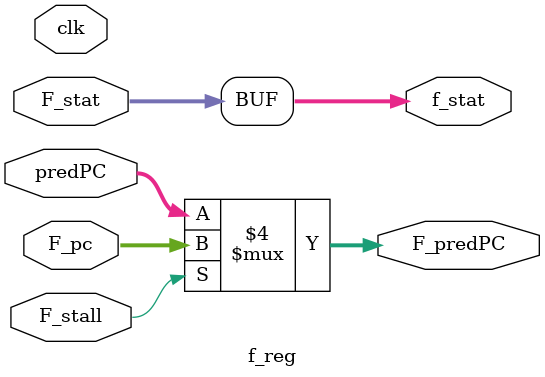
<source format=v>
module f_reg(
    input clk,
    input F_stall,
    input [3:0] F_stat,
    input [63:0] predPC,
    input [63:0] F_pc,
    output reg [63:0] F_predPC,
    output reg [3:0] f_stat
);

always @(*)
begin
    f_stat = F_stat;
    //$display ("heloo");
    if(F_stall == 0)
    begin
        
        F_predPC = predPC;
    end

    else
    begin
        F_predPC = F_pc;
    end
end
endmodule
</source>
